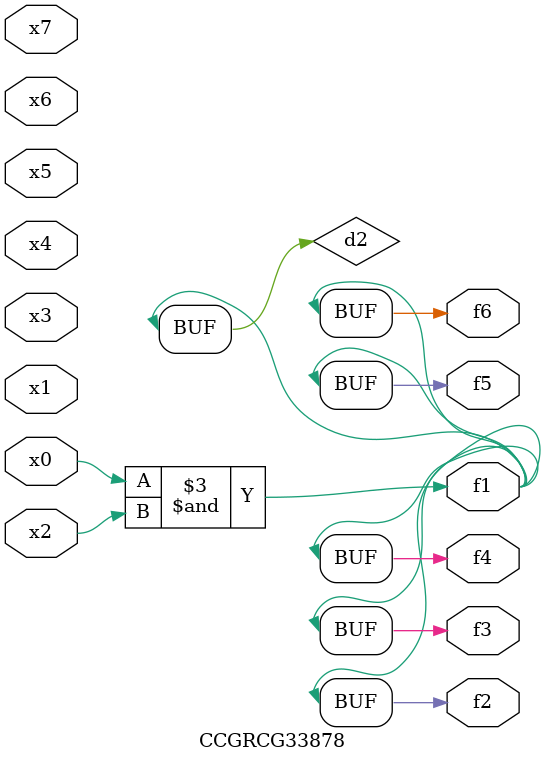
<source format=v>
module CCGRCG33878(
	input x0, x1, x2, x3, x4, x5, x6, x7,
	output f1, f2, f3, f4, f5, f6
);

	wire d1, d2;

	nor (d1, x3, x6);
	and (d2, x0, x2);
	assign f1 = d2;
	assign f2 = d2;
	assign f3 = d2;
	assign f4 = d2;
	assign f5 = d2;
	assign f6 = d2;
endmodule

</source>
